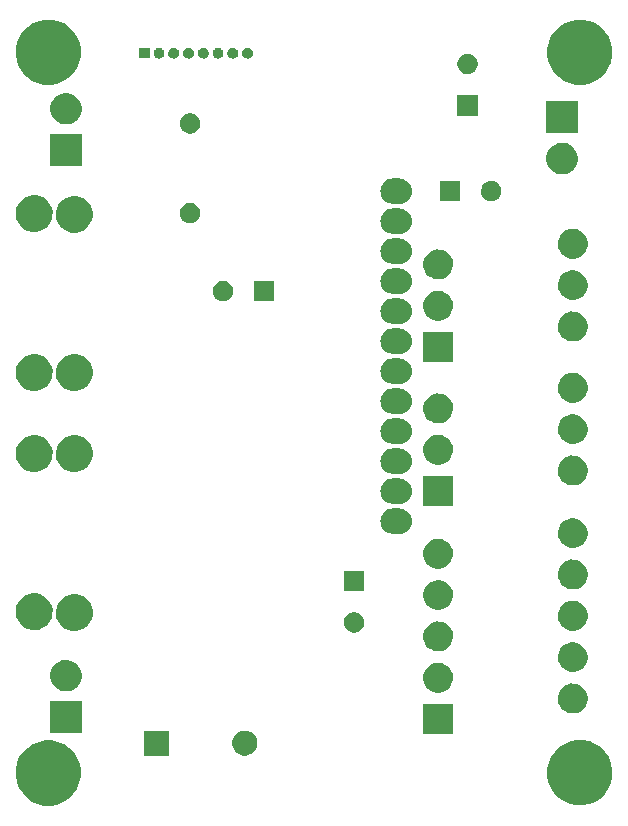
<source format=gts>
G04 #@! TF.FileFunction,Soldermask,Top*
%FSLAX46Y46*%
G04 Gerber Fmt 4.6, Leading zero omitted, Abs format (unit mm)*
G04 Created by KiCad (PCBNEW 4.0.5) date 03/05/17 20:07:58*
%MOMM*%
%LPD*%
G01*
G04 APERTURE LIST*
%ADD10C,0.100000*%
G04 APERTURE END LIST*
D10*
G36*
X158277894Y-142021837D02*
X158808105Y-142130674D01*
X159307074Y-142340421D01*
X159755803Y-142643092D01*
X160137198Y-143027160D01*
X160436729Y-143477989D01*
X160642988Y-143978410D01*
X160748052Y-144509024D01*
X160748052Y-144509034D01*
X160748118Y-144509368D01*
X160739485Y-145127593D01*
X160739409Y-145127927D01*
X160739409Y-145127939D01*
X160619573Y-145655405D01*
X160399419Y-146149876D01*
X160087418Y-146592167D01*
X159695445Y-146965437D01*
X159238445Y-147255458D01*
X158733810Y-147451194D01*
X158200772Y-147545182D01*
X157659626Y-147533847D01*
X157130982Y-147417617D01*
X156634991Y-147200924D01*
X156190533Y-146892018D01*
X155814537Y-146502662D01*
X155521332Y-146047698D01*
X155322079Y-145544443D01*
X155224370Y-145012065D01*
X155231928Y-144470856D01*
X155344462Y-143941423D01*
X155557690Y-143443925D01*
X155863486Y-142997321D01*
X156250206Y-142618616D01*
X156703115Y-142322241D01*
X157204967Y-142119480D01*
X157736640Y-142018058D01*
X158277894Y-142021837D01*
X158277894Y-142021837D01*
G37*
G36*
X203289894Y-141991837D02*
X203820105Y-142100674D01*
X204319074Y-142310421D01*
X204767803Y-142613092D01*
X205149198Y-142997160D01*
X205448729Y-143447989D01*
X205654988Y-143948410D01*
X205760052Y-144479024D01*
X205760052Y-144479034D01*
X205760118Y-144479368D01*
X205751485Y-145097593D01*
X205751409Y-145097927D01*
X205751409Y-145097939D01*
X205631573Y-145625405D01*
X205411419Y-146119876D01*
X205099418Y-146562167D01*
X204707445Y-146935437D01*
X204250445Y-147225458D01*
X203745810Y-147421194D01*
X203212772Y-147515182D01*
X202671626Y-147503847D01*
X202142982Y-147387617D01*
X201646991Y-147170924D01*
X201202533Y-146862018D01*
X200826537Y-146472662D01*
X200533332Y-146017698D01*
X200334079Y-145514443D01*
X200236370Y-144982065D01*
X200243928Y-144440856D01*
X200356462Y-143911423D01*
X200569690Y-143413925D01*
X200875486Y-142967321D01*
X201262206Y-142588616D01*
X201715115Y-142292241D01*
X202216967Y-142089480D01*
X202748640Y-141988058D01*
X203289894Y-141991837D01*
X203289894Y-141991837D01*
G37*
G36*
X174743336Y-141180704D02*
X174946969Y-141222504D01*
X175138600Y-141303058D01*
X175310942Y-141419304D01*
X175457417Y-141566805D01*
X175572457Y-141739954D01*
X175651669Y-141932139D01*
X175691980Y-142135718D01*
X175691980Y-142135728D01*
X175692046Y-142136062D01*
X175688730Y-142373496D01*
X175688654Y-142373830D01*
X175688654Y-142373842D01*
X175642679Y-142576206D01*
X175558126Y-142766112D01*
X175438300Y-142935977D01*
X175287757Y-143079337D01*
X175112245Y-143190720D01*
X174918434Y-143265896D01*
X174713718Y-143301992D01*
X174505887Y-143297639D01*
X174302852Y-143252999D01*
X174112365Y-143169777D01*
X173941668Y-143051139D01*
X173797262Y-142901602D01*
X173684656Y-142726872D01*
X173608131Y-142533592D01*
X173570604Y-142329125D01*
X173573507Y-142121270D01*
X173616726Y-141917938D01*
X173698619Y-141726869D01*
X173816062Y-141555347D01*
X173964586Y-141409901D01*
X174138529Y-141296076D01*
X174331270Y-141218204D01*
X174535461Y-141179252D01*
X174743336Y-141180704D01*
X174743336Y-141180704D01*
G37*
G36*
X168192000Y-143300000D02*
X166072000Y-143300000D01*
X166072000Y-141180000D01*
X168192000Y-141180000D01*
X168192000Y-143300000D01*
X168192000Y-143300000D01*
G37*
G36*
X192268000Y-141468000D02*
X189748000Y-141468000D01*
X189748000Y-138948000D01*
X192268000Y-138948000D01*
X192268000Y-141468000D01*
X192268000Y-141468000D01*
G37*
G36*
X160818000Y-141360060D02*
X158158000Y-141360060D01*
X158158000Y-138700060D01*
X160818000Y-138700060D01*
X160818000Y-141360060D01*
X160818000Y-141360060D01*
G37*
G36*
X202540343Y-137198837D02*
X202782397Y-137248524D01*
X203010186Y-137344277D01*
X203215041Y-137482453D01*
X203389160Y-137657792D01*
X203525898Y-137863601D01*
X203620061Y-138092055D01*
X203667989Y-138334107D01*
X203667989Y-138334122D01*
X203668054Y-138334451D01*
X203664113Y-138616684D01*
X203664037Y-138617018D01*
X203664037Y-138617030D01*
X203609373Y-138857641D01*
X203508867Y-139083379D01*
X203366432Y-139285294D01*
X203187485Y-139455702D01*
X202978857Y-139588102D01*
X202748479Y-139677460D01*
X202505136Y-139720367D01*
X202258091Y-139715193D01*
X202016752Y-139662131D01*
X201790323Y-139563207D01*
X201587413Y-139422181D01*
X201415765Y-139244433D01*
X201281912Y-139036734D01*
X201190948Y-138806986D01*
X201146341Y-138563941D01*
X201149792Y-138316868D01*
X201201165Y-138075172D01*
X201298509Y-137848052D01*
X201438112Y-137644168D01*
X201614659Y-137471279D01*
X201821421Y-137335978D01*
X202050528Y-137243413D01*
X202293247Y-137197112D01*
X202540343Y-137198837D01*
X202540343Y-137198837D01*
G37*
G36*
X191140343Y-135448837D02*
X191382397Y-135498524D01*
X191610186Y-135594277D01*
X191815041Y-135732453D01*
X191989160Y-135907792D01*
X192125898Y-136113601D01*
X192220061Y-136342055D01*
X192267989Y-136584107D01*
X192267989Y-136584122D01*
X192268054Y-136584451D01*
X192264113Y-136866684D01*
X192264037Y-136867018D01*
X192264037Y-136867030D01*
X192209373Y-137107641D01*
X192108867Y-137333379D01*
X191966432Y-137535294D01*
X191787485Y-137705702D01*
X191578857Y-137838102D01*
X191348479Y-137927460D01*
X191105136Y-137970367D01*
X190858091Y-137965193D01*
X190616752Y-137912131D01*
X190390323Y-137813207D01*
X190187413Y-137672181D01*
X190015765Y-137494433D01*
X189881912Y-137286734D01*
X189790948Y-137056986D01*
X189746341Y-136813941D01*
X189749792Y-136566868D01*
X189801165Y-136325172D01*
X189898509Y-136098052D01*
X190038112Y-135894168D01*
X190214659Y-135721279D01*
X190421421Y-135585978D01*
X190650528Y-135493413D01*
X190893247Y-135447112D01*
X191140343Y-135448837D01*
X191140343Y-135448837D01*
G37*
G36*
X159627695Y-135200824D02*
X159883197Y-135253271D01*
X160123640Y-135354345D01*
X160339876Y-135500197D01*
X160523666Y-135685275D01*
X160668005Y-135902522D01*
X160767397Y-136143665D01*
X160817991Y-136399183D01*
X160817991Y-136399193D01*
X160818057Y-136399527D01*
X160813897Y-136697440D01*
X160813821Y-136697774D01*
X160813821Y-136697786D01*
X160756115Y-136951783D01*
X160650026Y-137190062D01*
X160499678Y-137403194D01*
X160310790Y-137583069D01*
X160090571Y-137722824D01*
X159847394Y-137817147D01*
X159590533Y-137862438D01*
X159329763Y-137856976D01*
X159075014Y-137800966D01*
X158836006Y-137696546D01*
X158621829Y-137547689D01*
X158440641Y-137360063D01*
X158299352Y-137140825D01*
X158203335Y-136898314D01*
X158156249Y-136641767D01*
X158159892Y-136380967D01*
X158214119Y-136125845D01*
X158316872Y-135886106D01*
X158464230Y-135670895D01*
X158650585Y-135488402D01*
X158868834Y-135345584D01*
X159110669Y-135247876D01*
X159366872Y-135199003D01*
X159627695Y-135200824D01*
X159627695Y-135200824D01*
G37*
G36*
X202540343Y-133698837D02*
X202782397Y-133748524D01*
X203010186Y-133844277D01*
X203215041Y-133982453D01*
X203389160Y-134157792D01*
X203525898Y-134363601D01*
X203620061Y-134592055D01*
X203667989Y-134834107D01*
X203667989Y-134834122D01*
X203668054Y-134834451D01*
X203664113Y-135116684D01*
X203664037Y-135117018D01*
X203664037Y-135117030D01*
X203609373Y-135357641D01*
X203508867Y-135583379D01*
X203366432Y-135785294D01*
X203187485Y-135955702D01*
X202978857Y-136088102D01*
X202748479Y-136177460D01*
X202505136Y-136220367D01*
X202258091Y-136215193D01*
X202016752Y-136162131D01*
X201790323Y-136063207D01*
X201587413Y-135922181D01*
X201415765Y-135744433D01*
X201281912Y-135536734D01*
X201190948Y-135306986D01*
X201146341Y-135063941D01*
X201149792Y-134816868D01*
X201201165Y-134575172D01*
X201298509Y-134348052D01*
X201438112Y-134144168D01*
X201614659Y-133971279D01*
X201821421Y-133835978D01*
X202050528Y-133743413D01*
X202293247Y-133697112D01*
X202540343Y-133698837D01*
X202540343Y-133698837D01*
G37*
G36*
X191140343Y-131948837D02*
X191382397Y-131998524D01*
X191610186Y-132094277D01*
X191815041Y-132232453D01*
X191989160Y-132407792D01*
X192125898Y-132613601D01*
X192220061Y-132842055D01*
X192267989Y-133084107D01*
X192267989Y-133084122D01*
X192268054Y-133084451D01*
X192264113Y-133366684D01*
X192264037Y-133367018D01*
X192264037Y-133367030D01*
X192209373Y-133607641D01*
X192108867Y-133833379D01*
X191966432Y-134035294D01*
X191787485Y-134205702D01*
X191578857Y-134338102D01*
X191348479Y-134427460D01*
X191105136Y-134470367D01*
X190858091Y-134465193D01*
X190616752Y-134412131D01*
X190390323Y-134313207D01*
X190187413Y-134172181D01*
X190015765Y-133994433D01*
X189881912Y-133786734D01*
X189790948Y-133556986D01*
X189746341Y-133313941D01*
X189749792Y-133066868D01*
X189801165Y-132825172D01*
X189898509Y-132598052D01*
X190038112Y-132394168D01*
X190214659Y-132221279D01*
X190421421Y-132085978D01*
X190650528Y-131993413D01*
X190893247Y-131947112D01*
X191140343Y-131948837D01*
X191140343Y-131948837D01*
G37*
G36*
X183986329Y-131164571D02*
X184151541Y-131198485D01*
X184307015Y-131263840D01*
X184446837Y-131358150D01*
X184565680Y-131477826D01*
X184659012Y-131618301D01*
X184723280Y-131774227D01*
X184755971Y-131939329D01*
X184755971Y-131939339D01*
X184756037Y-131939673D01*
X184753347Y-132132308D01*
X184753271Y-132132642D01*
X184753271Y-132132653D01*
X184715984Y-132296771D01*
X184647386Y-132450846D01*
X184550169Y-132588661D01*
X184428029Y-132704972D01*
X184285633Y-132795339D01*
X184128390Y-132856331D01*
X183962300Y-132885616D01*
X183793682Y-132882085D01*
X183628955Y-132845867D01*
X183474410Y-132778348D01*
X183335919Y-132682094D01*
X183218759Y-132560771D01*
X183127400Y-132419010D01*
X183065313Y-132262198D01*
X183034867Y-132096308D01*
X183037223Y-131927671D01*
X183072287Y-131762705D01*
X183138729Y-131607686D01*
X183234013Y-131468527D01*
X183354514Y-131350523D01*
X183495635Y-131258176D01*
X183652013Y-131194995D01*
X183817675Y-131163393D01*
X183986329Y-131164571D01*
X183986329Y-131164571D01*
G37*
G36*
X160359853Y-129641037D02*
X160659539Y-129702554D01*
X160941563Y-129821106D01*
X161195193Y-129992181D01*
X161410765Y-130209264D01*
X161580066Y-130464081D01*
X161696646Y-130746926D01*
X161756001Y-131046690D01*
X161756001Y-131046700D01*
X161756067Y-131047034D01*
X161751187Y-131396466D01*
X161751111Y-131396800D01*
X161751111Y-131396812D01*
X161683412Y-131694794D01*
X161558977Y-131974278D01*
X161382629Y-132224268D01*
X161161077Y-132435249D01*
X160902774Y-132599172D01*
X160617545Y-132709807D01*
X160316263Y-132762930D01*
X160010398Y-132756524D01*
X159711596Y-132690828D01*
X159431256Y-132568350D01*
X159180040Y-132393750D01*
X158967520Y-132173679D01*
X158801796Y-131916526D01*
X158689174Y-131632077D01*
X158633947Y-131331166D01*
X158638219Y-131025266D01*
X158701825Y-130726022D01*
X158822346Y-130444827D01*
X158995187Y-130192399D01*
X159213769Y-129978347D01*
X159469760Y-129810831D01*
X159753416Y-129696226D01*
X160053926Y-129638901D01*
X160359853Y-129641037D01*
X160359853Y-129641037D01*
G37*
G36*
X202540343Y-130198837D02*
X202782397Y-130248524D01*
X203010186Y-130344277D01*
X203215041Y-130482453D01*
X203389160Y-130657792D01*
X203525898Y-130863601D01*
X203620061Y-131092055D01*
X203667989Y-131334107D01*
X203667989Y-131334122D01*
X203668054Y-131334451D01*
X203664113Y-131616684D01*
X203664037Y-131617018D01*
X203664037Y-131617030D01*
X203609373Y-131857641D01*
X203508867Y-132083379D01*
X203366432Y-132285294D01*
X203187485Y-132455702D01*
X202978857Y-132588102D01*
X202748479Y-132677460D01*
X202505136Y-132720367D01*
X202258091Y-132715193D01*
X202016752Y-132662131D01*
X201790323Y-132563207D01*
X201587413Y-132422181D01*
X201415765Y-132244433D01*
X201281912Y-132036734D01*
X201190948Y-131806986D01*
X201146341Y-131563941D01*
X201149792Y-131316868D01*
X201201165Y-131075172D01*
X201298509Y-130848052D01*
X201438112Y-130644168D01*
X201614659Y-130471279D01*
X201821421Y-130335978D01*
X202050528Y-130243413D01*
X202293247Y-130197112D01*
X202540343Y-130198837D01*
X202540343Y-130198837D01*
G37*
G36*
X156959853Y-129571037D02*
X157259539Y-129632554D01*
X157541563Y-129751106D01*
X157795193Y-129922181D01*
X158010765Y-130139264D01*
X158180066Y-130394081D01*
X158296646Y-130676926D01*
X158356001Y-130976690D01*
X158356001Y-130976700D01*
X158356067Y-130977034D01*
X158351187Y-131326466D01*
X158351111Y-131326800D01*
X158351111Y-131326812D01*
X158283412Y-131624794D01*
X158158977Y-131904278D01*
X157982629Y-132154268D01*
X157761077Y-132365249D01*
X157502774Y-132529172D01*
X157217545Y-132639807D01*
X156916263Y-132692930D01*
X156610398Y-132686524D01*
X156311596Y-132620828D01*
X156031256Y-132498350D01*
X155780040Y-132323750D01*
X155567520Y-132103679D01*
X155401796Y-131846526D01*
X155289174Y-131562077D01*
X155233947Y-131261166D01*
X155238219Y-130955266D01*
X155301825Y-130656022D01*
X155422346Y-130374827D01*
X155595187Y-130122399D01*
X155813769Y-129908347D01*
X156069760Y-129740831D01*
X156353416Y-129626226D01*
X156653926Y-129568901D01*
X156959853Y-129571037D01*
X156959853Y-129571037D01*
G37*
G36*
X191140343Y-128448837D02*
X191382397Y-128498524D01*
X191610186Y-128594277D01*
X191815041Y-128732453D01*
X191989160Y-128907792D01*
X192125898Y-129113601D01*
X192220061Y-129342055D01*
X192267989Y-129584107D01*
X192267989Y-129584122D01*
X192268054Y-129584451D01*
X192264113Y-129866684D01*
X192264037Y-129867018D01*
X192264037Y-129867030D01*
X192209373Y-130107641D01*
X192108867Y-130333379D01*
X191966432Y-130535294D01*
X191787485Y-130705702D01*
X191578857Y-130838102D01*
X191348479Y-130927460D01*
X191105136Y-130970367D01*
X190858091Y-130965193D01*
X190616752Y-130912131D01*
X190390323Y-130813207D01*
X190187413Y-130672181D01*
X190015765Y-130494433D01*
X189881912Y-130286734D01*
X189790948Y-130056986D01*
X189746341Y-129813941D01*
X189749792Y-129566868D01*
X189801165Y-129325172D01*
X189898509Y-129098052D01*
X190038112Y-128894168D01*
X190214659Y-128721279D01*
X190421421Y-128585978D01*
X190650528Y-128493413D01*
X190893247Y-128447112D01*
X191140343Y-128448837D01*
X191140343Y-128448837D01*
G37*
G36*
X184756000Y-129384000D02*
X183036000Y-129384000D01*
X183036000Y-127664000D01*
X184756000Y-127664000D01*
X184756000Y-129384000D01*
X184756000Y-129384000D01*
G37*
G36*
X202540343Y-126698837D02*
X202782397Y-126748524D01*
X203010186Y-126844277D01*
X203215041Y-126982453D01*
X203389160Y-127157792D01*
X203525898Y-127363601D01*
X203620061Y-127592055D01*
X203667989Y-127834107D01*
X203667989Y-127834122D01*
X203668054Y-127834451D01*
X203664113Y-128116684D01*
X203664037Y-128117018D01*
X203664037Y-128117030D01*
X203609373Y-128357641D01*
X203508867Y-128583379D01*
X203366432Y-128785294D01*
X203187485Y-128955702D01*
X202978857Y-129088102D01*
X202748479Y-129177460D01*
X202505136Y-129220367D01*
X202258091Y-129215193D01*
X202016752Y-129162131D01*
X201790323Y-129063207D01*
X201587413Y-128922181D01*
X201415765Y-128744433D01*
X201281912Y-128536734D01*
X201190948Y-128306986D01*
X201146341Y-128063941D01*
X201149792Y-127816868D01*
X201201165Y-127575172D01*
X201298509Y-127348052D01*
X201438112Y-127144168D01*
X201614659Y-126971279D01*
X201821421Y-126835978D01*
X202050528Y-126743413D01*
X202293247Y-126697112D01*
X202540343Y-126698837D01*
X202540343Y-126698837D01*
G37*
G36*
X191140343Y-124948837D02*
X191382397Y-124998524D01*
X191610186Y-125094277D01*
X191815041Y-125232453D01*
X191989160Y-125407792D01*
X192125898Y-125613601D01*
X192220061Y-125842055D01*
X192267989Y-126084107D01*
X192267989Y-126084122D01*
X192268054Y-126084451D01*
X192264113Y-126366684D01*
X192264037Y-126367018D01*
X192264037Y-126367030D01*
X192209373Y-126607641D01*
X192108867Y-126833379D01*
X191966432Y-127035294D01*
X191787485Y-127205702D01*
X191578857Y-127338102D01*
X191348479Y-127427460D01*
X191105136Y-127470367D01*
X190858091Y-127465193D01*
X190616752Y-127412131D01*
X190390323Y-127313207D01*
X190187413Y-127172181D01*
X190015765Y-126994433D01*
X189881912Y-126786734D01*
X189790948Y-126556986D01*
X189746341Y-126313941D01*
X189749792Y-126066868D01*
X189801165Y-125825172D01*
X189898509Y-125598052D01*
X190038112Y-125394168D01*
X190214659Y-125221279D01*
X190421421Y-125085978D01*
X190650528Y-124993413D01*
X190893247Y-124947112D01*
X191140343Y-124948837D01*
X191140343Y-124948837D01*
G37*
G36*
X202540343Y-123198837D02*
X202782397Y-123248524D01*
X203010186Y-123344277D01*
X203215041Y-123482453D01*
X203389160Y-123657792D01*
X203525898Y-123863601D01*
X203620061Y-124092055D01*
X203667989Y-124334107D01*
X203667989Y-124334122D01*
X203668054Y-124334451D01*
X203664113Y-124616684D01*
X203664037Y-124617018D01*
X203664037Y-124617030D01*
X203609373Y-124857641D01*
X203508867Y-125083379D01*
X203366432Y-125285294D01*
X203187485Y-125455702D01*
X202978857Y-125588102D01*
X202748479Y-125677460D01*
X202505136Y-125720367D01*
X202258091Y-125715193D01*
X202016752Y-125662131D01*
X201790323Y-125563207D01*
X201587413Y-125422181D01*
X201415765Y-125244433D01*
X201281912Y-125036734D01*
X201190948Y-124806986D01*
X201146341Y-124563941D01*
X201149792Y-124316868D01*
X201201165Y-124075172D01*
X201298509Y-123848052D01*
X201438112Y-123644168D01*
X201614659Y-123471279D01*
X201821421Y-123335978D01*
X202050528Y-123243413D01*
X202293247Y-123197112D01*
X202540343Y-123198837D01*
X202540343Y-123198837D01*
G37*
G36*
X187720730Y-122368058D02*
X187727458Y-122368105D01*
X187936148Y-122391513D01*
X188136316Y-122455010D01*
X188320339Y-122556178D01*
X188481208Y-122691162D01*
X188612793Y-122854822D01*
X188710085Y-123040923D01*
X188769376Y-123242378D01*
X188769379Y-123242412D01*
X188769383Y-123242425D01*
X188788412Y-123451510D01*
X188766466Y-123660311D01*
X188766462Y-123660325D01*
X188766458Y-123660360D01*
X188704360Y-123860967D01*
X188604479Y-124045692D01*
X188470621Y-124207498D01*
X188307884Y-124340223D01*
X188122467Y-124438812D01*
X187921431Y-124499508D01*
X187712435Y-124520000D01*
X187191530Y-124520000D01*
X187183270Y-124519942D01*
X187176542Y-124519895D01*
X186967852Y-124496487D01*
X186767684Y-124432990D01*
X186583661Y-124331822D01*
X186422792Y-124196838D01*
X186291207Y-124033178D01*
X186193915Y-123847077D01*
X186134624Y-123645622D01*
X186134621Y-123645588D01*
X186134617Y-123645575D01*
X186115588Y-123436490D01*
X186137534Y-123227689D01*
X186137538Y-123227675D01*
X186137542Y-123227640D01*
X186199640Y-123027033D01*
X186299521Y-122842308D01*
X186433379Y-122680502D01*
X186596116Y-122547777D01*
X186781533Y-122449188D01*
X186982569Y-122388492D01*
X187191565Y-122368000D01*
X187712470Y-122368000D01*
X187720730Y-122368058D01*
X187720730Y-122368058D01*
G37*
G36*
X192268000Y-122164000D02*
X189748000Y-122164000D01*
X189748000Y-119644000D01*
X192268000Y-119644000D01*
X192268000Y-122164000D01*
X192268000Y-122164000D01*
G37*
G36*
X187720730Y-119828058D02*
X187727458Y-119828105D01*
X187936148Y-119851513D01*
X188136316Y-119915010D01*
X188320339Y-120016178D01*
X188481208Y-120151162D01*
X188612793Y-120314822D01*
X188710085Y-120500923D01*
X188769376Y-120702378D01*
X188769379Y-120702412D01*
X188769383Y-120702425D01*
X188788412Y-120911510D01*
X188766466Y-121120311D01*
X188766462Y-121120325D01*
X188766458Y-121120360D01*
X188704360Y-121320967D01*
X188604479Y-121505692D01*
X188470621Y-121667498D01*
X188307884Y-121800223D01*
X188122467Y-121898812D01*
X187921431Y-121959508D01*
X187712435Y-121980000D01*
X187191530Y-121980000D01*
X187183270Y-121979942D01*
X187176542Y-121979895D01*
X186967852Y-121956487D01*
X186767684Y-121892990D01*
X186583661Y-121791822D01*
X186422792Y-121656838D01*
X186291207Y-121493178D01*
X186193915Y-121307077D01*
X186134624Y-121105622D01*
X186134621Y-121105588D01*
X186134617Y-121105575D01*
X186115588Y-120896490D01*
X186137534Y-120687689D01*
X186137538Y-120687675D01*
X186137542Y-120687640D01*
X186199640Y-120487033D01*
X186299521Y-120302308D01*
X186433379Y-120140502D01*
X186596116Y-120007777D01*
X186781533Y-119909188D01*
X186982569Y-119848492D01*
X187191565Y-119828000D01*
X187712470Y-119828000D01*
X187720730Y-119828058D01*
X187720730Y-119828058D01*
G37*
G36*
X202540343Y-117894837D02*
X202782397Y-117944524D01*
X203010186Y-118040277D01*
X203215041Y-118178453D01*
X203389160Y-118353792D01*
X203525898Y-118559601D01*
X203620061Y-118788055D01*
X203667989Y-119030107D01*
X203667989Y-119030122D01*
X203668054Y-119030451D01*
X203664113Y-119312684D01*
X203664037Y-119313018D01*
X203664037Y-119313030D01*
X203609373Y-119553641D01*
X203508867Y-119779379D01*
X203366432Y-119981294D01*
X203187485Y-120151702D01*
X202978857Y-120284102D01*
X202748479Y-120373460D01*
X202505136Y-120416367D01*
X202258091Y-120411193D01*
X202016752Y-120358131D01*
X201790323Y-120259207D01*
X201587413Y-120118181D01*
X201415765Y-119940433D01*
X201281912Y-119732734D01*
X201190948Y-119502986D01*
X201146341Y-119259941D01*
X201149792Y-119012868D01*
X201201165Y-118771172D01*
X201298509Y-118544052D01*
X201438112Y-118340168D01*
X201614659Y-118167279D01*
X201821421Y-118031978D01*
X202050528Y-117939413D01*
X202293247Y-117893112D01*
X202540343Y-117894837D01*
X202540343Y-117894837D01*
G37*
G36*
X187720730Y-117288058D02*
X187727458Y-117288105D01*
X187936148Y-117311513D01*
X188136316Y-117375010D01*
X188320339Y-117476178D01*
X188481208Y-117611162D01*
X188612793Y-117774822D01*
X188710085Y-117960923D01*
X188769376Y-118162378D01*
X188769379Y-118162412D01*
X188769383Y-118162425D01*
X188788412Y-118371510D01*
X188766466Y-118580311D01*
X188766462Y-118580325D01*
X188766458Y-118580360D01*
X188704360Y-118780967D01*
X188604479Y-118965692D01*
X188470621Y-119127498D01*
X188307884Y-119260223D01*
X188122467Y-119358812D01*
X187921431Y-119419508D01*
X187712435Y-119440000D01*
X187191530Y-119440000D01*
X187183270Y-119439942D01*
X187176542Y-119439895D01*
X186967852Y-119416487D01*
X186767684Y-119352990D01*
X186583661Y-119251822D01*
X186422792Y-119116838D01*
X186291207Y-118953178D01*
X186193915Y-118767077D01*
X186134624Y-118565622D01*
X186134621Y-118565588D01*
X186134617Y-118565575D01*
X186115588Y-118356490D01*
X186137534Y-118147689D01*
X186137538Y-118147675D01*
X186137542Y-118147640D01*
X186199640Y-117947033D01*
X186299521Y-117762308D01*
X186433379Y-117600502D01*
X186596116Y-117467777D01*
X186781533Y-117369188D01*
X186982569Y-117308492D01*
X187191565Y-117288000D01*
X187712470Y-117288000D01*
X187720730Y-117288058D01*
X187720730Y-117288058D01*
G37*
G36*
X156959853Y-116171037D02*
X157259539Y-116232554D01*
X157541563Y-116351106D01*
X157795193Y-116522181D01*
X158010765Y-116739264D01*
X158180066Y-116994081D01*
X158296646Y-117276926D01*
X158356001Y-117576690D01*
X158356001Y-117576700D01*
X158356067Y-117577034D01*
X158351187Y-117926466D01*
X158351111Y-117926800D01*
X158351111Y-117926812D01*
X158283412Y-118224794D01*
X158158977Y-118504278D01*
X157982629Y-118754268D01*
X157761077Y-118965249D01*
X157502774Y-119129172D01*
X157217545Y-119239807D01*
X156916263Y-119292930D01*
X156610398Y-119286524D01*
X156311596Y-119220828D01*
X156031256Y-119098350D01*
X155780040Y-118923750D01*
X155567520Y-118703679D01*
X155401796Y-118446526D01*
X155289174Y-118162077D01*
X155233947Y-117861166D01*
X155238219Y-117555266D01*
X155301825Y-117256022D01*
X155422346Y-116974827D01*
X155595187Y-116722399D01*
X155813769Y-116508347D01*
X156069760Y-116340831D01*
X156353416Y-116226226D01*
X156653926Y-116168901D01*
X156959853Y-116171037D01*
X156959853Y-116171037D01*
G37*
G36*
X160359853Y-116171037D02*
X160659539Y-116232554D01*
X160941563Y-116351106D01*
X161195193Y-116522181D01*
X161410765Y-116739264D01*
X161580066Y-116994081D01*
X161696646Y-117276926D01*
X161756001Y-117576690D01*
X161756001Y-117576700D01*
X161756067Y-117577034D01*
X161751187Y-117926466D01*
X161751111Y-117926800D01*
X161751111Y-117926812D01*
X161683412Y-118224794D01*
X161558977Y-118504278D01*
X161382629Y-118754268D01*
X161161077Y-118965249D01*
X160902774Y-119129172D01*
X160617545Y-119239807D01*
X160316263Y-119292930D01*
X160010398Y-119286524D01*
X159711596Y-119220828D01*
X159431256Y-119098350D01*
X159180040Y-118923750D01*
X158967520Y-118703679D01*
X158801796Y-118446526D01*
X158689174Y-118162077D01*
X158633947Y-117861166D01*
X158638219Y-117555266D01*
X158701825Y-117256022D01*
X158822346Y-116974827D01*
X158995187Y-116722399D01*
X159213769Y-116508347D01*
X159469760Y-116340831D01*
X159753416Y-116226226D01*
X160053926Y-116168901D01*
X160359853Y-116171037D01*
X160359853Y-116171037D01*
G37*
G36*
X191140343Y-116144837D02*
X191382397Y-116194524D01*
X191610186Y-116290277D01*
X191815041Y-116428453D01*
X191989160Y-116603792D01*
X192125898Y-116809601D01*
X192220061Y-117038055D01*
X192267989Y-117280107D01*
X192267989Y-117280122D01*
X192268054Y-117280451D01*
X192264113Y-117562684D01*
X192264037Y-117563018D01*
X192264037Y-117563030D01*
X192209373Y-117803641D01*
X192108867Y-118029379D01*
X191966432Y-118231294D01*
X191787485Y-118401702D01*
X191578857Y-118534102D01*
X191348479Y-118623460D01*
X191105136Y-118666367D01*
X190858091Y-118661193D01*
X190616752Y-118608131D01*
X190390323Y-118509207D01*
X190187413Y-118368181D01*
X190015765Y-118190433D01*
X189881912Y-117982734D01*
X189790948Y-117752986D01*
X189746341Y-117509941D01*
X189749792Y-117262868D01*
X189801165Y-117021172D01*
X189898509Y-116794052D01*
X190038112Y-116590168D01*
X190214659Y-116417279D01*
X190421421Y-116281978D01*
X190650528Y-116189413D01*
X190893247Y-116143112D01*
X191140343Y-116144837D01*
X191140343Y-116144837D01*
G37*
G36*
X202540343Y-114394837D02*
X202782397Y-114444524D01*
X203010186Y-114540277D01*
X203215041Y-114678453D01*
X203389160Y-114853792D01*
X203525898Y-115059601D01*
X203620061Y-115288055D01*
X203667989Y-115530107D01*
X203667989Y-115530122D01*
X203668054Y-115530451D01*
X203664113Y-115812684D01*
X203664037Y-115813018D01*
X203664037Y-115813030D01*
X203609373Y-116053641D01*
X203508867Y-116279379D01*
X203366432Y-116481294D01*
X203187485Y-116651702D01*
X202978857Y-116784102D01*
X202748479Y-116873460D01*
X202505136Y-116916367D01*
X202258091Y-116911193D01*
X202016752Y-116858131D01*
X201790323Y-116759207D01*
X201587413Y-116618181D01*
X201415765Y-116440433D01*
X201281912Y-116232734D01*
X201190948Y-116002986D01*
X201146341Y-115759941D01*
X201149792Y-115512868D01*
X201201165Y-115271172D01*
X201298509Y-115044052D01*
X201438112Y-114840168D01*
X201614659Y-114667279D01*
X201821421Y-114531978D01*
X202050528Y-114439413D01*
X202293247Y-114393112D01*
X202540343Y-114394837D01*
X202540343Y-114394837D01*
G37*
G36*
X187720730Y-114748058D02*
X187727458Y-114748105D01*
X187936148Y-114771513D01*
X188136316Y-114835010D01*
X188320339Y-114936178D01*
X188481208Y-115071162D01*
X188612793Y-115234822D01*
X188710085Y-115420923D01*
X188769376Y-115622378D01*
X188769379Y-115622412D01*
X188769383Y-115622425D01*
X188788412Y-115831510D01*
X188766466Y-116040311D01*
X188766462Y-116040325D01*
X188766458Y-116040360D01*
X188704360Y-116240967D01*
X188604479Y-116425692D01*
X188470621Y-116587498D01*
X188307884Y-116720223D01*
X188122467Y-116818812D01*
X187921431Y-116879508D01*
X187712435Y-116900000D01*
X187191530Y-116900000D01*
X187183270Y-116899942D01*
X187176542Y-116899895D01*
X186967852Y-116876487D01*
X186767684Y-116812990D01*
X186583661Y-116711822D01*
X186422792Y-116576838D01*
X186291207Y-116413178D01*
X186193915Y-116227077D01*
X186134624Y-116025622D01*
X186134621Y-116025588D01*
X186134617Y-116025575D01*
X186115588Y-115816490D01*
X186137534Y-115607689D01*
X186137538Y-115607675D01*
X186137542Y-115607640D01*
X186199640Y-115407033D01*
X186299521Y-115222308D01*
X186433379Y-115060502D01*
X186596116Y-114927777D01*
X186781533Y-114829188D01*
X186982569Y-114768492D01*
X187191565Y-114748000D01*
X187712470Y-114748000D01*
X187720730Y-114748058D01*
X187720730Y-114748058D01*
G37*
G36*
X191140343Y-112644837D02*
X191382397Y-112694524D01*
X191610186Y-112790277D01*
X191815041Y-112928453D01*
X191989160Y-113103792D01*
X192125898Y-113309601D01*
X192220061Y-113538055D01*
X192267989Y-113780107D01*
X192267989Y-113780122D01*
X192268054Y-113780451D01*
X192264113Y-114062684D01*
X192264037Y-114063018D01*
X192264037Y-114063030D01*
X192209373Y-114303641D01*
X192108867Y-114529379D01*
X191966432Y-114731294D01*
X191787485Y-114901702D01*
X191578857Y-115034102D01*
X191348479Y-115123460D01*
X191105136Y-115166367D01*
X190858091Y-115161193D01*
X190616752Y-115108131D01*
X190390323Y-115009207D01*
X190187413Y-114868181D01*
X190015765Y-114690433D01*
X189881912Y-114482734D01*
X189790948Y-114252986D01*
X189746341Y-114009941D01*
X189749792Y-113762868D01*
X189801165Y-113521172D01*
X189898509Y-113294052D01*
X190038112Y-113090168D01*
X190214659Y-112917279D01*
X190421421Y-112781978D01*
X190650528Y-112689413D01*
X190893247Y-112643112D01*
X191140343Y-112644837D01*
X191140343Y-112644837D01*
G37*
G36*
X187720730Y-112208058D02*
X187727458Y-112208105D01*
X187936148Y-112231513D01*
X188136316Y-112295010D01*
X188320339Y-112396178D01*
X188481208Y-112531162D01*
X188612793Y-112694822D01*
X188710085Y-112880923D01*
X188769376Y-113082378D01*
X188769379Y-113082412D01*
X188769383Y-113082425D01*
X188788412Y-113291510D01*
X188766466Y-113500311D01*
X188766462Y-113500325D01*
X188766458Y-113500360D01*
X188704360Y-113700967D01*
X188604479Y-113885692D01*
X188470621Y-114047498D01*
X188307884Y-114180223D01*
X188122467Y-114278812D01*
X187921431Y-114339508D01*
X187712435Y-114360000D01*
X187191530Y-114360000D01*
X187183270Y-114359942D01*
X187176542Y-114359895D01*
X186967852Y-114336487D01*
X186767684Y-114272990D01*
X186583661Y-114171822D01*
X186422792Y-114036838D01*
X186291207Y-113873178D01*
X186193915Y-113687077D01*
X186134624Y-113485622D01*
X186134621Y-113485588D01*
X186134617Y-113485575D01*
X186115588Y-113276490D01*
X186137534Y-113067689D01*
X186137538Y-113067675D01*
X186137542Y-113067640D01*
X186199640Y-112867033D01*
X186299521Y-112682308D01*
X186433379Y-112520502D01*
X186596116Y-112387777D01*
X186781533Y-112289188D01*
X186982569Y-112228492D01*
X187191565Y-112208000D01*
X187712470Y-112208000D01*
X187720730Y-112208058D01*
X187720730Y-112208058D01*
G37*
G36*
X202540343Y-110894837D02*
X202782397Y-110944524D01*
X203010186Y-111040277D01*
X203215041Y-111178453D01*
X203389160Y-111353792D01*
X203525898Y-111559601D01*
X203620061Y-111788055D01*
X203667989Y-112030107D01*
X203667989Y-112030122D01*
X203668054Y-112030451D01*
X203664113Y-112312684D01*
X203664037Y-112313018D01*
X203664037Y-112313030D01*
X203609373Y-112553641D01*
X203508867Y-112779379D01*
X203366432Y-112981294D01*
X203187485Y-113151702D01*
X202978857Y-113284102D01*
X202748479Y-113373460D01*
X202505136Y-113416367D01*
X202258091Y-113411193D01*
X202016752Y-113358131D01*
X201790323Y-113259207D01*
X201587413Y-113118181D01*
X201415765Y-112940433D01*
X201281912Y-112732734D01*
X201190948Y-112502986D01*
X201146341Y-112259941D01*
X201149792Y-112012868D01*
X201201165Y-111771172D01*
X201298509Y-111544052D01*
X201438112Y-111340168D01*
X201614659Y-111167279D01*
X201821421Y-111031978D01*
X202050528Y-110939413D01*
X202293247Y-110893112D01*
X202540343Y-110894837D01*
X202540343Y-110894837D01*
G37*
G36*
X156959853Y-109311037D02*
X157259539Y-109372554D01*
X157541563Y-109491106D01*
X157795193Y-109662181D01*
X158010765Y-109879264D01*
X158180066Y-110134081D01*
X158296646Y-110416926D01*
X158356001Y-110716690D01*
X158356001Y-110716700D01*
X158356067Y-110717034D01*
X158351187Y-111066466D01*
X158351111Y-111066800D01*
X158351111Y-111066812D01*
X158283412Y-111364794D01*
X158158977Y-111644278D01*
X157982629Y-111894268D01*
X157761077Y-112105249D01*
X157502774Y-112269172D01*
X157217545Y-112379807D01*
X156916263Y-112432930D01*
X156610398Y-112426524D01*
X156311596Y-112360828D01*
X156031256Y-112238350D01*
X155780040Y-112063750D01*
X155567520Y-111843679D01*
X155401796Y-111586526D01*
X155289174Y-111302077D01*
X155233947Y-111001166D01*
X155238219Y-110695266D01*
X155301825Y-110396022D01*
X155422346Y-110114827D01*
X155595187Y-109862399D01*
X155813769Y-109648347D01*
X156069760Y-109480831D01*
X156353416Y-109366226D01*
X156653926Y-109308901D01*
X156959853Y-109311037D01*
X156959853Y-109311037D01*
G37*
G36*
X160359853Y-109311037D02*
X160659539Y-109372554D01*
X160941563Y-109491106D01*
X161195193Y-109662181D01*
X161410765Y-109879264D01*
X161580066Y-110134081D01*
X161696646Y-110416926D01*
X161756001Y-110716690D01*
X161756001Y-110716700D01*
X161756067Y-110717034D01*
X161751187Y-111066466D01*
X161751111Y-111066800D01*
X161751111Y-111066812D01*
X161683412Y-111364794D01*
X161558977Y-111644278D01*
X161382629Y-111894268D01*
X161161077Y-112105249D01*
X160902774Y-112269172D01*
X160617545Y-112379807D01*
X160316263Y-112432930D01*
X160010398Y-112426524D01*
X159711596Y-112360828D01*
X159431256Y-112238350D01*
X159180040Y-112063750D01*
X158967520Y-111843679D01*
X158801796Y-111586526D01*
X158689174Y-111302077D01*
X158633947Y-111001166D01*
X158638219Y-110695266D01*
X158701825Y-110396022D01*
X158822346Y-110114827D01*
X158995187Y-109862399D01*
X159213769Y-109648347D01*
X159469760Y-109480831D01*
X159753416Y-109366226D01*
X160053926Y-109308901D01*
X160359853Y-109311037D01*
X160359853Y-109311037D01*
G37*
G36*
X187720730Y-109668058D02*
X187727458Y-109668105D01*
X187936148Y-109691513D01*
X188136316Y-109755010D01*
X188320339Y-109856178D01*
X188481208Y-109991162D01*
X188612793Y-110154822D01*
X188710085Y-110340923D01*
X188769376Y-110542378D01*
X188769379Y-110542412D01*
X188769383Y-110542425D01*
X188788412Y-110751510D01*
X188766466Y-110960311D01*
X188766462Y-110960325D01*
X188766458Y-110960360D01*
X188704360Y-111160967D01*
X188604479Y-111345692D01*
X188470621Y-111507498D01*
X188307884Y-111640223D01*
X188122467Y-111738812D01*
X187921431Y-111799508D01*
X187712435Y-111820000D01*
X187191530Y-111820000D01*
X187183270Y-111819942D01*
X187176542Y-111819895D01*
X186967852Y-111796487D01*
X186767684Y-111732990D01*
X186583661Y-111631822D01*
X186422792Y-111496838D01*
X186291207Y-111333178D01*
X186193915Y-111147077D01*
X186134624Y-110945622D01*
X186134621Y-110945588D01*
X186134617Y-110945575D01*
X186115588Y-110736490D01*
X186137534Y-110527689D01*
X186137538Y-110527675D01*
X186137542Y-110527640D01*
X186199640Y-110327033D01*
X186299521Y-110142308D01*
X186433379Y-109980502D01*
X186596116Y-109847777D01*
X186781533Y-109749188D01*
X186982569Y-109688492D01*
X187191565Y-109668000D01*
X187712470Y-109668000D01*
X187720730Y-109668058D01*
X187720730Y-109668058D01*
G37*
G36*
X192268000Y-109972000D02*
X189748000Y-109972000D01*
X189748000Y-107452000D01*
X192268000Y-107452000D01*
X192268000Y-109972000D01*
X192268000Y-109972000D01*
G37*
G36*
X187720730Y-107128058D02*
X187727458Y-107128105D01*
X187936148Y-107151513D01*
X188136316Y-107215010D01*
X188320339Y-107316178D01*
X188481208Y-107451162D01*
X188612793Y-107614822D01*
X188710085Y-107800923D01*
X188769376Y-108002378D01*
X188769379Y-108002412D01*
X188769383Y-108002425D01*
X188788412Y-108211510D01*
X188766466Y-108420311D01*
X188766462Y-108420325D01*
X188766458Y-108420360D01*
X188704360Y-108620967D01*
X188604479Y-108805692D01*
X188470621Y-108967498D01*
X188307884Y-109100223D01*
X188122467Y-109198812D01*
X187921431Y-109259508D01*
X187712435Y-109280000D01*
X187191530Y-109280000D01*
X187183270Y-109279942D01*
X187176542Y-109279895D01*
X186967852Y-109256487D01*
X186767684Y-109192990D01*
X186583661Y-109091822D01*
X186422792Y-108956838D01*
X186291207Y-108793178D01*
X186193915Y-108607077D01*
X186134624Y-108405622D01*
X186134621Y-108405588D01*
X186134617Y-108405575D01*
X186115588Y-108196490D01*
X186137534Y-107987689D01*
X186137538Y-107987675D01*
X186137542Y-107987640D01*
X186199640Y-107787033D01*
X186299521Y-107602308D01*
X186433379Y-107440502D01*
X186596116Y-107307777D01*
X186781533Y-107209188D01*
X186982569Y-107148492D01*
X187191565Y-107128000D01*
X187712470Y-107128000D01*
X187720730Y-107128058D01*
X187720730Y-107128058D01*
G37*
G36*
X202540343Y-105702837D02*
X202782397Y-105752524D01*
X203010186Y-105848277D01*
X203215041Y-105986453D01*
X203389160Y-106161792D01*
X203525898Y-106367601D01*
X203620061Y-106596055D01*
X203667989Y-106838107D01*
X203667989Y-106838122D01*
X203668054Y-106838451D01*
X203664113Y-107120684D01*
X203664037Y-107121018D01*
X203664037Y-107121030D01*
X203609373Y-107361641D01*
X203508867Y-107587379D01*
X203366432Y-107789294D01*
X203187485Y-107959702D01*
X202978857Y-108092102D01*
X202748479Y-108181460D01*
X202505136Y-108224367D01*
X202258091Y-108219193D01*
X202016752Y-108166131D01*
X201790323Y-108067207D01*
X201587413Y-107926181D01*
X201415765Y-107748433D01*
X201281912Y-107540734D01*
X201190948Y-107310986D01*
X201146341Y-107067941D01*
X201149792Y-106820868D01*
X201201165Y-106579172D01*
X201298509Y-106352052D01*
X201438112Y-106148168D01*
X201614659Y-105975279D01*
X201821421Y-105839978D01*
X202050528Y-105747413D01*
X202293247Y-105701112D01*
X202540343Y-105702837D01*
X202540343Y-105702837D01*
G37*
G36*
X187720730Y-104588058D02*
X187727458Y-104588105D01*
X187936148Y-104611513D01*
X188136316Y-104675010D01*
X188320339Y-104776178D01*
X188481208Y-104911162D01*
X188612793Y-105074822D01*
X188710085Y-105260923D01*
X188769376Y-105462378D01*
X188769379Y-105462412D01*
X188769383Y-105462425D01*
X188788412Y-105671510D01*
X188766466Y-105880311D01*
X188766462Y-105880325D01*
X188766458Y-105880360D01*
X188704360Y-106080967D01*
X188604479Y-106265692D01*
X188470621Y-106427498D01*
X188307884Y-106560223D01*
X188122467Y-106658812D01*
X187921431Y-106719508D01*
X187712435Y-106740000D01*
X187191530Y-106740000D01*
X187183270Y-106739942D01*
X187176542Y-106739895D01*
X186967852Y-106716487D01*
X186767684Y-106652990D01*
X186583661Y-106551822D01*
X186422792Y-106416838D01*
X186291207Y-106253178D01*
X186193915Y-106067077D01*
X186134624Y-105865622D01*
X186134621Y-105865588D01*
X186134617Y-105865575D01*
X186115588Y-105656490D01*
X186137534Y-105447689D01*
X186137538Y-105447675D01*
X186137542Y-105447640D01*
X186199640Y-105247033D01*
X186299521Y-105062308D01*
X186433379Y-104900502D01*
X186596116Y-104767777D01*
X186781533Y-104669188D01*
X186982569Y-104608492D01*
X187191565Y-104588000D01*
X187712470Y-104588000D01*
X187720730Y-104588058D01*
X187720730Y-104588058D01*
G37*
G36*
X191140343Y-103952837D02*
X191382397Y-104002524D01*
X191610186Y-104098277D01*
X191815041Y-104236453D01*
X191989160Y-104411792D01*
X192125898Y-104617601D01*
X192220061Y-104846055D01*
X192267989Y-105088107D01*
X192267989Y-105088122D01*
X192268054Y-105088451D01*
X192264113Y-105370684D01*
X192264037Y-105371018D01*
X192264037Y-105371030D01*
X192209373Y-105611641D01*
X192108867Y-105837379D01*
X191966432Y-106039294D01*
X191787485Y-106209702D01*
X191578857Y-106342102D01*
X191348479Y-106431460D01*
X191105136Y-106474367D01*
X190858091Y-106469193D01*
X190616752Y-106416131D01*
X190390323Y-106317207D01*
X190187413Y-106176181D01*
X190015765Y-105998433D01*
X189881912Y-105790734D01*
X189790948Y-105560986D01*
X189746341Y-105317941D01*
X189749792Y-105070868D01*
X189801165Y-104829172D01*
X189898509Y-104602052D01*
X190038112Y-104398168D01*
X190214659Y-104225279D01*
X190421421Y-104089978D01*
X190650528Y-103997413D01*
X190893247Y-103951112D01*
X191140343Y-103952837D01*
X191140343Y-103952837D01*
G37*
G36*
X172878329Y-103123571D02*
X173043541Y-103157485D01*
X173199015Y-103222840D01*
X173338837Y-103317150D01*
X173457680Y-103436826D01*
X173551012Y-103577301D01*
X173615280Y-103733227D01*
X173647971Y-103898329D01*
X173647971Y-103898339D01*
X173648037Y-103898673D01*
X173645347Y-104091308D01*
X173645271Y-104091642D01*
X173645271Y-104091653D01*
X173607984Y-104255771D01*
X173539386Y-104409846D01*
X173442169Y-104547661D01*
X173320029Y-104663972D01*
X173177633Y-104754339D01*
X173020390Y-104815331D01*
X172854300Y-104844616D01*
X172685682Y-104841085D01*
X172520955Y-104804867D01*
X172366410Y-104737348D01*
X172227919Y-104641094D01*
X172110759Y-104519771D01*
X172019400Y-104378010D01*
X171957313Y-104221198D01*
X171926867Y-104055308D01*
X171929223Y-103886671D01*
X171964287Y-103721705D01*
X172030729Y-103566686D01*
X172126013Y-103427527D01*
X172246514Y-103309523D01*
X172387635Y-103217176D01*
X172544013Y-103153995D01*
X172709675Y-103122393D01*
X172878329Y-103123571D01*
X172878329Y-103123571D01*
G37*
G36*
X177148000Y-104843000D02*
X175428000Y-104843000D01*
X175428000Y-103123000D01*
X177148000Y-103123000D01*
X177148000Y-104843000D01*
X177148000Y-104843000D01*
G37*
G36*
X202540343Y-102202837D02*
X202782397Y-102252524D01*
X203010186Y-102348277D01*
X203215041Y-102486453D01*
X203389160Y-102661792D01*
X203525898Y-102867601D01*
X203620061Y-103096055D01*
X203667989Y-103338107D01*
X203667989Y-103338122D01*
X203668054Y-103338451D01*
X203664113Y-103620684D01*
X203664037Y-103621018D01*
X203664037Y-103621030D01*
X203609373Y-103861641D01*
X203508867Y-104087379D01*
X203366432Y-104289294D01*
X203187485Y-104459702D01*
X202978857Y-104592102D01*
X202748479Y-104681460D01*
X202505136Y-104724367D01*
X202258091Y-104719193D01*
X202016752Y-104666131D01*
X201790323Y-104567207D01*
X201587413Y-104426181D01*
X201415765Y-104248433D01*
X201281912Y-104040734D01*
X201190948Y-103810986D01*
X201146341Y-103567941D01*
X201149792Y-103320868D01*
X201201165Y-103079172D01*
X201298509Y-102852052D01*
X201438112Y-102648168D01*
X201614659Y-102475279D01*
X201821421Y-102339978D01*
X202050528Y-102247413D01*
X202293247Y-102201112D01*
X202540343Y-102202837D01*
X202540343Y-102202837D01*
G37*
G36*
X187720730Y-102048058D02*
X187727458Y-102048105D01*
X187936148Y-102071513D01*
X188136316Y-102135010D01*
X188320339Y-102236178D01*
X188481208Y-102371162D01*
X188612793Y-102534822D01*
X188710085Y-102720923D01*
X188769376Y-102922378D01*
X188769379Y-102922412D01*
X188769383Y-102922425D01*
X188788412Y-103131510D01*
X188766466Y-103340311D01*
X188766462Y-103340325D01*
X188766458Y-103340360D01*
X188704360Y-103540967D01*
X188604479Y-103725692D01*
X188470621Y-103887498D01*
X188307884Y-104020223D01*
X188122467Y-104118812D01*
X187921431Y-104179508D01*
X187712435Y-104200000D01*
X187191530Y-104200000D01*
X187183270Y-104199942D01*
X187176542Y-104199895D01*
X186967852Y-104176487D01*
X186767684Y-104112990D01*
X186583661Y-104011822D01*
X186422792Y-103876838D01*
X186291207Y-103713178D01*
X186193915Y-103527077D01*
X186134624Y-103325622D01*
X186134621Y-103325588D01*
X186134617Y-103325575D01*
X186115588Y-103116490D01*
X186137534Y-102907689D01*
X186137538Y-102907675D01*
X186137542Y-102907640D01*
X186199640Y-102707033D01*
X186299521Y-102522308D01*
X186433379Y-102360502D01*
X186596116Y-102227777D01*
X186781533Y-102129188D01*
X186982569Y-102068492D01*
X187191565Y-102048000D01*
X187712470Y-102048000D01*
X187720730Y-102048058D01*
X187720730Y-102048058D01*
G37*
G36*
X191140343Y-100452837D02*
X191382397Y-100502524D01*
X191610186Y-100598277D01*
X191815041Y-100736453D01*
X191989160Y-100911792D01*
X192125898Y-101117601D01*
X192220061Y-101346055D01*
X192267989Y-101588107D01*
X192267989Y-101588122D01*
X192268054Y-101588451D01*
X192264113Y-101870684D01*
X192264037Y-101871018D01*
X192264037Y-101871030D01*
X192209373Y-102111641D01*
X192108867Y-102337379D01*
X191966432Y-102539294D01*
X191787485Y-102709702D01*
X191578857Y-102842102D01*
X191348479Y-102931460D01*
X191105136Y-102974367D01*
X190858091Y-102969193D01*
X190616752Y-102916131D01*
X190390323Y-102817207D01*
X190187413Y-102676181D01*
X190015765Y-102498433D01*
X189881912Y-102290734D01*
X189790948Y-102060986D01*
X189746341Y-101817941D01*
X189749792Y-101570868D01*
X189801165Y-101329172D01*
X189898509Y-101102052D01*
X190038112Y-100898168D01*
X190214659Y-100725279D01*
X190421421Y-100589978D01*
X190650528Y-100497413D01*
X190893247Y-100451112D01*
X191140343Y-100452837D01*
X191140343Y-100452837D01*
G37*
G36*
X187720730Y-99508058D02*
X187727458Y-99508105D01*
X187936148Y-99531513D01*
X188136316Y-99595010D01*
X188320339Y-99696178D01*
X188481208Y-99831162D01*
X188612793Y-99994822D01*
X188710085Y-100180923D01*
X188769376Y-100382378D01*
X188769379Y-100382412D01*
X188769383Y-100382425D01*
X188788412Y-100591510D01*
X188766466Y-100800311D01*
X188766462Y-100800325D01*
X188766458Y-100800360D01*
X188704360Y-101000967D01*
X188604479Y-101185692D01*
X188470621Y-101347498D01*
X188307884Y-101480223D01*
X188122467Y-101578812D01*
X187921431Y-101639508D01*
X187712435Y-101660000D01*
X187191530Y-101660000D01*
X187183270Y-101659942D01*
X187176542Y-101659895D01*
X186967852Y-101636487D01*
X186767684Y-101572990D01*
X186583661Y-101471822D01*
X186422792Y-101336838D01*
X186291207Y-101173178D01*
X186193915Y-100987077D01*
X186134624Y-100785622D01*
X186134621Y-100785588D01*
X186134617Y-100785575D01*
X186115588Y-100576490D01*
X186137534Y-100367689D01*
X186137538Y-100367675D01*
X186137542Y-100367640D01*
X186199640Y-100167033D01*
X186299521Y-99982308D01*
X186433379Y-99820502D01*
X186596116Y-99687777D01*
X186781533Y-99589188D01*
X186982569Y-99528492D01*
X187191565Y-99508000D01*
X187712470Y-99508000D01*
X187720730Y-99508058D01*
X187720730Y-99508058D01*
G37*
G36*
X202540343Y-98702837D02*
X202782397Y-98752524D01*
X203010186Y-98848277D01*
X203215041Y-98986453D01*
X203389160Y-99161792D01*
X203525898Y-99367601D01*
X203620061Y-99596055D01*
X203667989Y-99838107D01*
X203667989Y-99838122D01*
X203668054Y-99838451D01*
X203664113Y-100120684D01*
X203664037Y-100121018D01*
X203664037Y-100121030D01*
X203609373Y-100361641D01*
X203508867Y-100587379D01*
X203366432Y-100789294D01*
X203187485Y-100959702D01*
X202978857Y-101092102D01*
X202748479Y-101181460D01*
X202505136Y-101224367D01*
X202258091Y-101219193D01*
X202016752Y-101166131D01*
X201790323Y-101067207D01*
X201587413Y-100926181D01*
X201415765Y-100748433D01*
X201281912Y-100540734D01*
X201190948Y-100310986D01*
X201146341Y-100067941D01*
X201149792Y-99820868D01*
X201201165Y-99579172D01*
X201298509Y-99352052D01*
X201438112Y-99148168D01*
X201614659Y-98975279D01*
X201821421Y-98839978D01*
X202050528Y-98747413D01*
X202293247Y-98701112D01*
X202540343Y-98702837D01*
X202540343Y-98702837D01*
G37*
G36*
X187720730Y-96968058D02*
X187727458Y-96968105D01*
X187936148Y-96991513D01*
X188136316Y-97055010D01*
X188320339Y-97156178D01*
X188481208Y-97291162D01*
X188612793Y-97454822D01*
X188710085Y-97640923D01*
X188769376Y-97842378D01*
X188769379Y-97842412D01*
X188769383Y-97842425D01*
X188788412Y-98051510D01*
X188766466Y-98260311D01*
X188766462Y-98260325D01*
X188766458Y-98260360D01*
X188704360Y-98460967D01*
X188604479Y-98645692D01*
X188470621Y-98807498D01*
X188307884Y-98940223D01*
X188122467Y-99038812D01*
X187921431Y-99099508D01*
X187712435Y-99120000D01*
X187191530Y-99120000D01*
X187183270Y-99119942D01*
X187176542Y-99119895D01*
X186967852Y-99096487D01*
X186767684Y-99032990D01*
X186583661Y-98931822D01*
X186422792Y-98796838D01*
X186291207Y-98633178D01*
X186193915Y-98447077D01*
X186134624Y-98245622D01*
X186134621Y-98245588D01*
X186134617Y-98245575D01*
X186115588Y-98036490D01*
X186137534Y-97827689D01*
X186137538Y-97827675D01*
X186137542Y-97827640D01*
X186199640Y-97627033D01*
X186299521Y-97442308D01*
X186433379Y-97280502D01*
X186596116Y-97147777D01*
X186781533Y-97049188D01*
X186982569Y-96988492D01*
X187191565Y-96968000D01*
X187712470Y-96968000D01*
X187720730Y-96968058D01*
X187720730Y-96968058D01*
G37*
G36*
X160359853Y-95911037D02*
X160659539Y-95972554D01*
X160941563Y-96091106D01*
X161195193Y-96262181D01*
X161410765Y-96479264D01*
X161580066Y-96734081D01*
X161696646Y-97016926D01*
X161756001Y-97316690D01*
X161756001Y-97316700D01*
X161756067Y-97317034D01*
X161751187Y-97666466D01*
X161751111Y-97666800D01*
X161751111Y-97666812D01*
X161683412Y-97964794D01*
X161558977Y-98244278D01*
X161382629Y-98494268D01*
X161161077Y-98705249D01*
X160902774Y-98869172D01*
X160617545Y-98979807D01*
X160316263Y-99032930D01*
X160010398Y-99026524D01*
X159711596Y-98960828D01*
X159431256Y-98838350D01*
X159180040Y-98663750D01*
X158967520Y-98443679D01*
X158801796Y-98186526D01*
X158689174Y-97902077D01*
X158633947Y-97601166D01*
X158638219Y-97295266D01*
X158701825Y-96996022D01*
X158822346Y-96714827D01*
X158995187Y-96462399D01*
X159213769Y-96248347D01*
X159469760Y-96080831D01*
X159753416Y-95966226D01*
X160053926Y-95908901D01*
X160359853Y-95911037D01*
X160359853Y-95911037D01*
G37*
G36*
X156959853Y-95841037D02*
X157259539Y-95902554D01*
X157541563Y-96021106D01*
X157795193Y-96192181D01*
X158010765Y-96409264D01*
X158180066Y-96664081D01*
X158296646Y-96946926D01*
X158356001Y-97246690D01*
X158356001Y-97246700D01*
X158356067Y-97247034D01*
X158351187Y-97596466D01*
X158351111Y-97596800D01*
X158351111Y-97596812D01*
X158283412Y-97894794D01*
X158158977Y-98174278D01*
X157982629Y-98424268D01*
X157761077Y-98635249D01*
X157502774Y-98799172D01*
X157217545Y-98909807D01*
X156916263Y-98962930D01*
X156610398Y-98956524D01*
X156311596Y-98890828D01*
X156031256Y-98768350D01*
X155780040Y-98593750D01*
X155567520Y-98373679D01*
X155401796Y-98116526D01*
X155289174Y-97832077D01*
X155233947Y-97531166D01*
X155238219Y-97225266D01*
X155301825Y-96926022D01*
X155422346Y-96644827D01*
X155595187Y-96392399D01*
X155813769Y-96178347D01*
X156069760Y-96010831D01*
X156353416Y-95896226D01*
X156653926Y-95838901D01*
X156959853Y-95841037D01*
X156959853Y-95841037D01*
G37*
G36*
X170078329Y-96520571D02*
X170243541Y-96554485D01*
X170399015Y-96619840D01*
X170538837Y-96714150D01*
X170657680Y-96833826D01*
X170751012Y-96974301D01*
X170815280Y-97130227D01*
X170847971Y-97295329D01*
X170847971Y-97295339D01*
X170848037Y-97295673D01*
X170845347Y-97488308D01*
X170845271Y-97488642D01*
X170845271Y-97488653D01*
X170807984Y-97652771D01*
X170739386Y-97806846D01*
X170642169Y-97944661D01*
X170520029Y-98060972D01*
X170377633Y-98151339D01*
X170220390Y-98212331D01*
X170054300Y-98241616D01*
X169885682Y-98238085D01*
X169720955Y-98201867D01*
X169566410Y-98134348D01*
X169427919Y-98038094D01*
X169310759Y-97916771D01*
X169219400Y-97775010D01*
X169157313Y-97618198D01*
X169126867Y-97452308D01*
X169129223Y-97283671D01*
X169164287Y-97118705D01*
X169230729Y-96963686D01*
X169326013Y-96824527D01*
X169446514Y-96706523D01*
X169587635Y-96614176D01*
X169744013Y-96550995D01*
X169909675Y-96519393D01*
X170078329Y-96520571D01*
X170078329Y-96520571D01*
G37*
G36*
X187720730Y-94428058D02*
X187727458Y-94428105D01*
X187936148Y-94451513D01*
X188136316Y-94515010D01*
X188320339Y-94616178D01*
X188481208Y-94751162D01*
X188612793Y-94914822D01*
X188710085Y-95100923D01*
X188769376Y-95302378D01*
X188769379Y-95302412D01*
X188769383Y-95302425D01*
X188788412Y-95511510D01*
X188766466Y-95720311D01*
X188766462Y-95720325D01*
X188766458Y-95720360D01*
X188704360Y-95920967D01*
X188604479Y-96105692D01*
X188470621Y-96267498D01*
X188307884Y-96400223D01*
X188122467Y-96498812D01*
X187921431Y-96559508D01*
X187712435Y-96580000D01*
X187191530Y-96580000D01*
X187183270Y-96579942D01*
X187176542Y-96579895D01*
X186967852Y-96556487D01*
X186767684Y-96492990D01*
X186583661Y-96391822D01*
X186422792Y-96256838D01*
X186291207Y-96093178D01*
X186193915Y-95907077D01*
X186134624Y-95705622D01*
X186134621Y-95705588D01*
X186134617Y-95705575D01*
X186115588Y-95496490D01*
X186137534Y-95287689D01*
X186137538Y-95287675D01*
X186137542Y-95287640D01*
X186199640Y-95087033D01*
X186299521Y-94902308D01*
X186433379Y-94740502D01*
X186596116Y-94607777D01*
X186781533Y-94509188D01*
X186982569Y-94448492D01*
X187191565Y-94428000D01*
X187712470Y-94428000D01*
X187720730Y-94428058D01*
X187720730Y-94428058D01*
G37*
G36*
X195590329Y-94640571D02*
X195755541Y-94674485D01*
X195911015Y-94739840D01*
X196050837Y-94834150D01*
X196169680Y-94953826D01*
X196263012Y-95094301D01*
X196327280Y-95250227D01*
X196359971Y-95415329D01*
X196359971Y-95415339D01*
X196360037Y-95415673D01*
X196357347Y-95608308D01*
X196357271Y-95608642D01*
X196357271Y-95608653D01*
X196319984Y-95772771D01*
X196251386Y-95926846D01*
X196154169Y-96064661D01*
X196032029Y-96180972D01*
X195889633Y-96271339D01*
X195732390Y-96332331D01*
X195566300Y-96361616D01*
X195397682Y-96358085D01*
X195232955Y-96321867D01*
X195078410Y-96254348D01*
X194939919Y-96158094D01*
X194822759Y-96036771D01*
X194731400Y-95895010D01*
X194669313Y-95738198D01*
X194638867Y-95572308D01*
X194641223Y-95403671D01*
X194676287Y-95238705D01*
X194742729Y-95083686D01*
X194838013Y-94944527D01*
X194958514Y-94826523D01*
X195099635Y-94734176D01*
X195256013Y-94670995D01*
X195421675Y-94639393D01*
X195590329Y-94640571D01*
X195590329Y-94640571D01*
G37*
G36*
X192860000Y-96360000D02*
X191140000Y-96360000D01*
X191140000Y-94640000D01*
X192860000Y-94640000D01*
X192860000Y-96360000D01*
X192860000Y-96360000D01*
G37*
G36*
X201639695Y-91420944D02*
X201895197Y-91473391D01*
X202135640Y-91574465D01*
X202351876Y-91720317D01*
X202535666Y-91905395D01*
X202680005Y-92122642D01*
X202779397Y-92363785D01*
X202829991Y-92619303D01*
X202829991Y-92619313D01*
X202830057Y-92619647D01*
X202825897Y-92917560D01*
X202825821Y-92917894D01*
X202825821Y-92917906D01*
X202768115Y-93171903D01*
X202662026Y-93410182D01*
X202511678Y-93623314D01*
X202322790Y-93803189D01*
X202102571Y-93942944D01*
X201859394Y-94037267D01*
X201602533Y-94082558D01*
X201341763Y-94077096D01*
X201087014Y-94021086D01*
X200848006Y-93916666D01*
X200633829Y-93767809D01*
X200452641Y-93580183D01*
X200311352Y-93360945D01*
X200215335Y-93118434D01*
X200168249Y-92861887D01*
X200171892Y-92601087D01*
X200226119Y-92345965D01*
X200328872Y-92106226D01*
X200476230Y-91891015D01*
X200662585Y-91708522D01*
X200880834Y-91565704D01*
X201122669Y-91467996D01*
X201378872Y-91419123D01*
X201639695Y-91420944D01*
X201639695Y-91420944D01*
G37*
G36*
X160818000Y-93360060D02*
X158158000Y-93360060D01*
X158158000Y-90700060D01*
X160818000Y-90700060D01*
X160818000Y-93360060D01*
X160818000Y-93360060D01*
G37*
G36*
X170078329Y-88920571D02*
X170243541Y-88954485D01*
X170399015Y-89019840D01*
X170538837Y-89114150D01*
X170657680Y-89233826D01*
X170751012Y-89374301D01*
X170815280Y-89530227D01*
X170847971Y-89695329D01*
X170847971Y-89695339D01*
X170848037Y-89695673D01*
X170845347Y-89888308D01*
X170845271Y-89888642D01*
X170845271Y-89888653D01*
X170807984Y-90052771D01*
X170739386Y-90206846D01*
X170642169Y-90344661D01*
X170520029Y-90460972D01*
X170377633Y-90551339D01*
X170220390Y-90612331D01*
X170054300Y-90641616D01*
X169885682Y-90638085D01*
X169720955Y-90601867D01*
X169566410Y-90534348D01*
X169427919Y-90438094D01*
X169310759Y-90316771D01*
X169219400Y-90175010D01*
X169157313Y-90018198D01*
X169126867Y-89852308D01*
X169129223Y-89683671D01*
X169164287Y-89518705D01*
X169230729Y-89363686D01*
X169326013Y-89224527D01*
X169446514Y-89106523D01*
X169587635Y-89014176D01*
X169744013Y-88950995D01*
X169909675Y-88919393D01*
X170078329Y-88920571D01*
X170078329Y-88920571D01*
G37*
G36*
X202830000Y-90579940D02*
X200170000Y-90579940D01*
X200170000Y-87919940D01*
X202830000Y-87919940D01*
X202830000Y-90579940D01*
X202830000Y-90579940D01*
G37*
G36*
X159627695Y-87200824D02*
X159883197Y-87253271D01*
X160123640Y-87354345D01*
X160339876Y-87500197D01*
X160523666Y-87685275D01*
X160668005Y-87902522D01*
X160767397Y-88143665D01*
X160817991Y-88399183D01*
X160817991Y-88399193D01*
X160818057Y-88399527D01*
X160813897Y-88697440D01*
X160813821Y-88697774D01*
X160813821Y-88697786D01*
X160756115Y-88951783D01*
X160650026Y-89190062D01*
X160499678Y-89403194D01*
X160310790Y-89583069D01*
X160090571Y-89722824D01*
X159847394Y-89817147D01*
X159590533Y-89862438D01*
X159329763Y-89856976D01*
X159075014Y-89800966D01*
X158836006Y-89696546D01*
X158621829Y-89547689D01*
X158440641Y-89360063D01*
X158299352Y-89140825D01*
X158203335Y-88898314D01*
X158156249Y-88641767D01*
X158159892Y-88380967D01*
X158214119Y-88125845D01*
X158316872Y-87886106D01*
X158464230Y-87670895D01*
X158650585Y-87488402D01*
X158868834Y-87345584D01*
X159110669Y-87247876D01*
X159366872Y-87199003D01*
X159627695Y-87200824D01*
X159627695Y-87200824D01*
G37*
G36*
X194360000Y-89110000D02*
X192640000Y-89110000D01*
X192640000Y-87390000D01*
X194360000Y-87390000D01*
X194360000Y-89110000D01*
X194360000Y-89110000D01*
G37*
G36*
X158289894Y-80991837D02*
X158820105Y-81100674D01*
X159319074Y-81310421D01*
X159767803Y-81613092D01*
X160149198Y-81997160D01*
X160448729Y-82447989D01*
X160654988Y-82948410D01*
X160760052Y-83479024D01*
X160760052Y-83479034D01*
X160760118Y-83479368D01*
X160751485Y-84097593D01*
X160751409Y-84097927D01*
X160751409Y-84097939D01*
X160631573Y-84625405D01*
X160411419Y-85119876D01*
X160099418Y-85562167D01*
X159707445Y-85935437D01*
X159250445Y-86225458D01*
X158745810Y-86421194D01*
X158212772Y-86515182D01*
X157671626Y-86503847D01*
X157142982Y-86387617D01*
X156646991Y-86170924D01*
X156202533Y-85862018D01*
X155826537Y-85472662D01*
X155533332Y-85017698D01*
X155334079Y-84514443D01*
X155236370Y-83982065D01*
X155243928Y-83440856D01*
X155356462Y-82911423D01*
X155569690Y-82413925D01*
X155875486Y-81967321D01*
X156262206Y-81588616D01*
X156715115Y-81292241D01*
X157216967Y-81089480D01*
X157748640Y-80988058D01*
X158289894Y-80991837D01*
X158289894Y-80991837D01*
G37*
G36*
X203289894Y-80991837D02*
X203820105Y-81100674D01*
X204319074Y-81310421D01*
X204767803Y-81613092D01*
X205149198Y-81997160D01*
X205448729Y-82447989D01*
X205654988Y-82948410D01*
X205760052Y-83479024D01*
X205760052Y-83479034D01*
X205760118Y-83479368D01*
X205751485Y-84097593D01*
X205751409Y-84097927D01*
X205751409Y-84097939D01*
X205631573Y-84625405D01*
X205411419Y-85119876D01*
X205099418Y-85562167D01*
X204707445Y-85935437D01*
X204250445Y-86225458D01*
X203745810Y-86421194D01*
X203212772Y-86515182D01*
X202671626Y-86503847D01*
X202142982Y-86387617D01*
X201646991Y-86170924D01*
X201202533Y-85862018D01*
X200826537Y-85472662D01*
X200533332Y-85017698D01*
X200334079Y-84514443D01*
X200236370Y-83982065D01*
X200243928Y-83440856D01*
X200356462Y-82911423D01*
X200569690Y-82413925D01*
X200875486Y-81967321D01*
X201262206Y-81588616D01*
X201715115Y-81292241D01*
X202216967Y-81089480D01*
X202748640Y-80988058D01*
X203289894Y-80991837D01*
X203289894Y-80991837D01*
G37*
G36*
X193590329Y-83890571D02*
X193755541Y-83924485D01*
X193911015Y-83989840D01*
X194050837Y-84084150D01*
X194169680Y-84203826D01*
X194263012Y-84344301D01*
X194327280Y-84500227D01*
X194359971Y-84665329D01*
X194359971Y-84665339D01*
X194360037Y-84665673D01*
X194357347Y-84858308D01*
X194357271Y-84858642D01*
X194357271Y-84858653D01*
X194319984Y-85022771D01*
X194251386Y-85176846D01*
X194154169Y-85314661D01*
X194032029Y-85430972D01*
X193889633Y-85521339D01*
X193732390Y-85582331D01*
X193566300Y-85611616D01*
X193397682Y-85608085D01*
X193232955Y-85571867D01*
X193078410Y-85504348D01*
X192939919Y-85408094D01*
X192822759Y-85286771D01*
X192731400Y-85145010D01*
X192669313Y-84988198D01*
X192638867Y-84822308D01*
X192641223Y-84653671D01*
X192676287Y-84488705D01*
X192742729Y-84333686D01*
X192838013Y-84194527D01*
X192958514Y-84076523D01*
X193099635Y-83984176D01*
X193256013Y-83920995D01*
X193421675Y-83889393D01*
X193590329Y-83890571D01*
X193590329Y-83890571D01*
G37*
G36*
X172414315Y-83360304D02*
X172502686Y-83378444D01*
X172585845Y-83413400D01*
X172660637Y-83463849D01*
X172724202Y-83527859D01*
X172774123Y-83602996D01*
X172808500Y-83686400D01*
X172825954Y-83774550D01*
X172825954Y-83774561D01*
X172826020Y-83774895D01*
X172824581Y-83877932D01*
X172824505Y-83878266D01*
X172824505Y-83878274D01*
X172804597Y-83965905D01*
X172767904Y-84048315D01*
X172715908Y-84122026D01*
X172650573Y-84184243D01*
X172574409Y-84232578D01*
X172490302Y-84265201D01*
X172401463Y-84280866D01*
X172311273Y-84278977D01*
X172223160Y-84259604D01*
X172140498Y-84223490D01*
X172066421Y-84172005D01*
X172003753Y-84107110D01*
X171954888Y-84031286D01*
X171921678Y-83947409D01*
X171905393Y-83858675D01*
X171906653Y-83768474D01*
X171925407Y-83680239D01*
X171960947Y-83597320D01*
X172011913Y-83522886D01*
X172076368Y-83459766D01*
X172151850Y-83410372D01*
X172235496Y-83376577D01*
X172324104Y-83359674D01*
X172414315Y-83360304D01*
X172414315Y-83360304D01*
G37*
G36*
X171164315Y-83360304D02*
X171252686Y-83378444D01*
X171335845Y-83413400D01*
X171410637Y-83463849D01*
X171474202Y-83527859D01*
X171524123Y-83602996D01*
X171558500Y-83686400D01*
X171575954Y-83774550D01*
X171575954Y-83774561D01*
X171576020Y-83774895D01*
X171574581Y-83877932D01*
X171574505Y-83878266D01*
X171574505Y-83878274D01*
X171554597Y-83965905D01*
X171517904Y-84048315D01*
X171465908Y-84122026D01*
X171400573Y-84184243D01*
X171324409Y-84232578D01*
X171240302Y-84265201D01*
X171151463Y-84280866D01*
X171061273Y-84278977D01*
X170973160Y-84259604D01*
X170890498Y-84223490D01*
X170816421Y-84172005D01*
X170753753Y-84107110D01*
X170704888Y-84031286D01*
X170671678Y-83947409D01*
X170655393Y-83858675D01*
X170656653Y-83768474D01*
X170675407Y-83680239D01*
X170710947Y-83597320D01*
X170761913Y-83522886D01*
X170826368Y-83459766D01*
X170901850Y-83410372D01*
X170985496Y-83376577D01*
X171074104Y-83359674D01*
X171164315Y-83360304D01*
X171164315Y-83360304D01*
G37*
G36*
X169914315Y-83360304D02*
X170002686Y-83378444D01*
X170085845Y-83413400D01*
X170160637Y-83463849D01*
X170224202Y-83527859D01*
X170274123Y-83602996D01*
X170308500Y-83686400D01*
X170325954Y-83774550D01*
X170325954Y-83774561D01*
X170326020Y-83774895D01*
X170324581Y-83877932D01*
X170324505Y-83878266D01*
X170324505Y-83878274D01*
X170304597Y-83965905D01*
X170267904Y-84048315D01*
X170215908Y-84122026D01*
X170150573Y-84184243D01*
X170074409Y-84232578D01*
X169990302Y-84265201D01*
X169901463Y-84280866D01*
X169811273Y-84278977D01*
X169723160Y-84259604D01*
X169640498Y-84223490D01*
X169566421Y-84172005D01*
X169503753Y-84107110D01*
X169454888Y-84031286D01*
X169421678Y-83947409D01*
X169405393Y-83858675D01*
X169406653Y-83768474D01*
X169425407Y-83680239D01*
X169460947Y-83597320D01*
X169511913Y-83522886D01*
X169576368Y-83459766D01*
X169651850Y-83410372D01*
X169735496Y-83376577D01*
X169824104Y-83359674D01*
X169914315Y-83360304D01*
X169914315Y-83360304D01*
G37*
G36*
X168664315Y-83360304D02*
X168752686Y-83378444D01*
X168835845Y-83413400D01*
X168910637Y-83463849D01*
X168974202Y-83527859D01*
X169024123Y-83602996D01*
X169058500Y-83686400D01*
X169075954Y-83774550D01*
X169075954Y-83774561D01*
X169076020Y-83774895D01*
X169074581Y-83877932D01*
X169074505Y-83878266D01*
X169074505Y-83878274D01*
X169054597Y-83965905D01*
X169017904Y-84048315D01*
X168965908Y-84122026D01*
X168900573Y-84184243D01*
X168824409Y-84232578D01*
X168740302Y-84265201D01*
X168651463Y-84280866D01*
X168561273Y-84278977D01*
X168473160Y-84259604D01*
X168390498Y-84223490D01*
X168316421Y-84172005D01*
X168253753Y-84107110D01*
X168204888Y-84031286D01*
X168171678Y-83947409D01*
X168155393Y-83858675D01*
X168156653Y-83768474D01*
X168175407Y-83680239D01*
X168210947Y-83597320D01*
X168261913Y-83522886D01*
X168326368Y-83459766D01*
X168401850Y-83410372D01*
X168485496Y-83376577D01*
X168574104Y-83359674D01*
X168664315Y-83360304D01*
X168664315Y-83360304D01*
G37*
G36*
X167414315Y-83360304D02*
X167502686Y-83378444D01*
X167585845Y-83413400D01*
X167660637Y-83463849D01*
X167724202Y-83527859D01*
X167774123Y-83602996D01*
X167808500Y-83686400D01*
X167825954Y-83774550D01*
X167825954Y-83774561D01*
X167826020Y-83774895D01*
X167824581Y-83877932D01*
X167824505Y-83878266D01*
X167824505Y-83878274D01*
X167804597Y-83965905D01*
X167767904Y-84048315D01*
X167715908Y-84122026D01*
X167650573Y-84184243D01*
X167574409Y-84232578D01*
X167490302Y-84265201D01*
X167401463Y-84280866D01*
X167311273Y-84278977D01*
X167223160Y-84259604D01*
X167140498Y-84223490D01*
X167066421Y-84172005D01*
X167003753Y-84107110D01*
X166954888Y-84031286D01*
X166921678Y-83947409D01*
X166905393Y-83858675D01*
X166906653Y-83768474D01*
X166925407Y-83680239D01*
X166960947Y-83597320D01*
X167011913Y-83522886D01*
X167076368Y-83459766D01*
X167151850Y-83410372D01*
X167235496Y-83376577D01*
X167324104Y-83359674D01*
X167414315Y-83360304D01*
X167414315Y-83360304D01*
G37*
G36*
X173664315Y-83360304D02*
X173752686Y-83378444D01*
X173835845Y-83413400D01*
X173910637Y-83463849D01*
X173974202Y-83527859D01*
X174024123Y-83602996D01*
X174058500Y-83686400D01*
X174075954Y-83774550D01*
X174075954Y-83774561D01*
X174076020Y-83774895D01*
X174074581Y-83877932D01*
X174074505Y-83878266D01*
X174074505Y-83878274D01*
X174054597Y-83965905D01*
X174017904Y-84048315D01*
X173965908Y-84122026D01*
X173900573Y-84184243D01*
X173824409Y-84232578D01*
X173740302Y-84265201D01*
X173651463Y-84280866D01*
X173561273Y-84278977D01*
X173473160Y-84259604D01*
X173390498Y-84223490D01*
X173316421Y-84172005D01*
X173253753Y-84107110D01*
X173204888Y-84031286D01*
X173171678Y-83947409D01*
X173155393Y-83858675D01*
X173156653Y-83768474D01*
X173175407Y-83680239D01*
X173210947Y-83597320D01*
X173261913Y-83522886D01*
X173326368Y-83459766D01*
X173401850Y-83410372D01*
X173485496Y-83376577D01*
X173574104Y-83359674D01*
X173664315Y-83360304D01*
X173664315Y-83360304D01*
G37*
G36*
X174914315Y-83360304D02*
X175002686Y-83378444D01*
X175085845Y-83413400D01*
X175160637Y-83463849D01*
X175224202Y-83527859D01*
X175274123Y-83602996D01*
X175308500Y-83686400D01*
X175325954Y-83774550D01*
X175325954Y-83774561D01*
X175326020Y-83774895D01*
X175324581Y-83877932D01*
X175324505Y-83878266D01*
X175324505Y-83878274D01*
X175304597Y-83965905D01*
X175267904Y-84048315D01*
X175215908Y-84122026D01*
X175150573Y-84184243D01*
X175074409Y-84232578D01*
X174990302Y-84265201D01*
X174901463Y-84280866D01*
X174811273Y-84278977D01*
X174723160Y-84259604D01*
X174640498Y-84223490D01*
X174566421Y-84172005D01*
X174503753Y-84107110D01*
X174454888Y-84031286D01*
X174421678Y-83947409D01*
X174405393Y-83858675D01*
X174406653Y-83768474D01*
X174425407Y-83680239D01*
X174460947Y-83597320D01*
X174511913Y-83522886D01*
X174576368Y-83459766D01*
X174651850Y-83410372D01*
X174735496Y-83376577D01*
X174824104Y-83359674D01*
X174914315Y-83360304D01*
X174914315Y-83360304D01*
G37*
G36*
X166576000Y-84280000D02*
X165656000Y-84280000D01*
X165656000Y-83360000D01*
X166576000Y-83360000D01*
X166576000Y-84280000D01*
X166576000Y-84280000D01*
G37*
M02*

</source>
